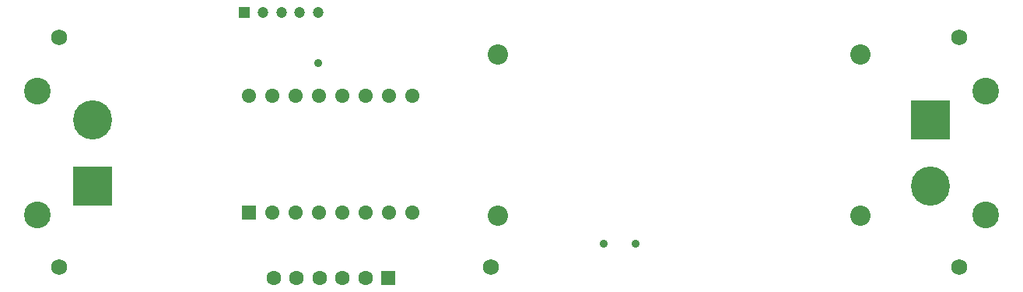
<source format=gbs>
G04*
G04 #@! TF.GenerationSoftware,Altium Limited,Altium Designer,25.8.1 (18)*
G04*
G04 Layer_Color=16711935*
%FSLAX44Y44*%
%MOMM*%
G71*
G04*
G04 #@! TF.SameCoordinates,F8F0A343-2924-4F85-9C9D-BDB02173843C*
G04*
G04*
G04 #@! TF.FilePolarity,Negative*
G04*
G01*
G75*
%ADD21C,2.2032*%
%ADD22O,1.5240X1.6000*%
%ADD23C,4.2532*%
%ADD24R,1.5240X1.6000*%
%ADD25R,4.2532X4.2532*%
%ADD26C,2.9032*%
%ADD27R,1.6032X1.6032*%
%ADD28C,1.6032*%
%ADD29C,1.2000*%
%ADD30R,1.2000X1.2000*%
%ADD31C,1.7272*%
%ADD32C,0.9032*%
D21*
X807720Y1191000D02*
D03*
X1202720D02*
D03*
Y1016000D02*
D03*
X807720D02*
D03*
D22*
X715010Y1019810D02*
D03*
X689610D02*
D03*
X562610Y1146810D02*
D03*
X537210D02*
D03*
X588010D02*
D03*
X613410D02*
D03*
X638810D02*
D03*
X664210D02*
D03*
X689610D02*
D03*
X715010D02*
D03*
X664210Y1019810D02*
D03*
X638810D02*
D03*
X613410D02*
D03*
X588010D02*
D03*
X562610D02*
D03*
D23*
X367030Y1120140D02*
D03*
X1278580Y1048140D02*
D03*
D24*
X537210Y1019810D02*
D03*
D25*
X1278580Y1120140D02*
D03*
X367030Y1048140D02*
D03*
D26*
X307030Y1151640D02*
D03*
Y1016640D02*
D03*
X1338580D02*
D03*
Y1151640D02*
D03*
D27*
X688880Y948690D02*
D03*
D28*
X638880D02*
D03*
X563880D02*
D03*
X613880D02*
D03*
X663880D02*
D03*
X588880D02*
D03*
D29*
X612140Y1236980D02*
D03*
X592140D02*
D03*
X572140D02*
D03*
X552140D02*
D03*
D30*
X532140D02*
D03*
D31*
X800000Y960000D02*
D03*
X1310000Y1210000D02*
D03*
Y960000D02*
D03*
X330000D02*
D03*
Y1210000D02*
D03*
D32*
X923290Y985520D02*
D03*
X612140Y1182370D02*
D03*
X957580Y985520D02*
D03*
M02*

</source>
